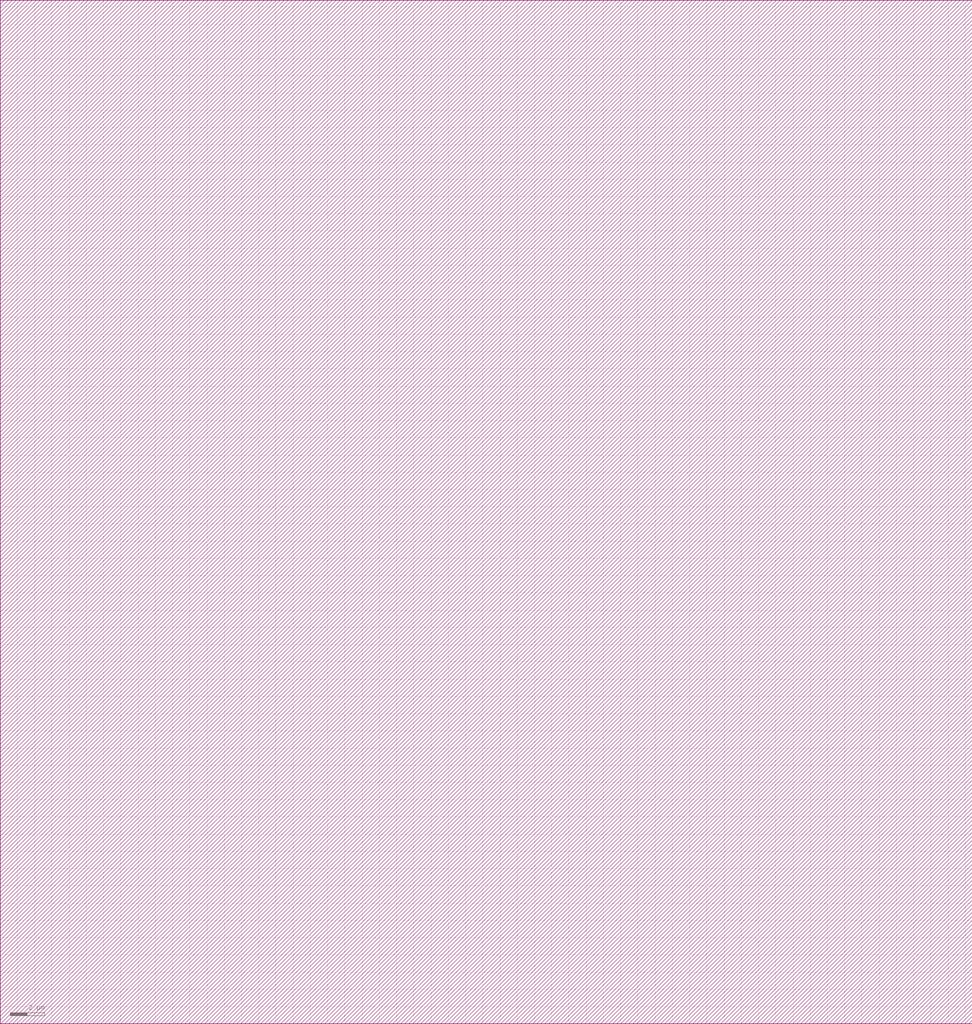
<source format=lef>
VERSION 5.6 ;

BUSBITCHARS "[]" ;

DIVIDERCHAR "/" ;

UNITS
    DATABASE MICRONS 1000 ;
END UNITS

MANUFACTURINGGRID 0.005000 ; 

CLEARANCEMEASURE EUCLIDEAN ; 

USEMINSPACING OBS ON ; 

SITE CoreSite
    CLASS CORE ;
    SIZE 0.600000 BY 0.300000 ;
END CoreSite

LAYER li
   TYPE ROUTING ;
   DIRECTION VERTICAL ;
   MINWIDTH 0.300000 ;
   AREA 0.056250 ;
   WIDTH 0.300000 ;
   SPACINGTABLE
      PARALLELRUNLENGTH 0.0
      WIDTH 0.0 0.225000 ;
   PITCH 0.600000 0.600000 ;
END li

LAYER mcon
    TYPE CUT ;
    SPACING 0.225000 ;
    WIDTH 0.300000 ;
    ENCLOSURE ABOVE 0.075000 0.075000 ;
    ENCLOSURE BELOW 0.000000 0.000000 ;
END mcon

LAYER met1
   TYPE ROUTING ;
   DIRECTION HORIZONTAL ;
   MINWIDTH 0.150000 ;
   AREA 0.084375 ;
   WIDTH 0.150000 ;
   SPACINGTABLE
      PARALLELRUNLENGTH 0.0
      WIDTH 0.0 0.150000 ;
   PITCH 0.300000 0.300000 ;
END met1

LAYER v1
    TYPE CUT ;
    SPACING 0.075000 ;
    WIDTH 0.300000 ;
    ENCLOSURE ABOVE 0.075000 0.075000 ;
    ENCLOSURE BELOW 0.075000 0.075000 ;
END v1

LAYER met2
   TYPE ROUTING ;
   DIRECTION VERTICAL ;
   MINWIDTH 0.150000 ;
   AREA 0.073125 ;
   WIDTH 0.150000 ;
   SPACINGTABLE
      PARALLELRUNLENGTH 0.0
      WIDTH 0.0 0.150000 ;
   PITCH 0.300000 0.300000 ;
END met2

LAYER v2
    TYPE CUT ;
    SPACING 0.150000 ;
    WIDTH 0.300000 ;
    ENCLOSURE ABOVE 0.075000 0.075000 ;
    ENCLOSURE BELOW 0.075000 0.000000 ;
END v2

LAYER met3
   TYPE ROUTING ;
   DIRECTION HORIZONTAL ;
   MINWIDTH 0.300000 ;
   AREA 0.241875 ;
   WIDTH 0.300000 ;
   SPACINGTABLE
      PARALLELRUNLENGTH 0.0
      WIDTH 0.0 0.300000 ;
   PITCH 0.600000 0.600000 ;
END met3

LAYER v3
    TYPE CUT ;
    SPACING 0.150000 ;
    WIDTH 0.450000 ;
    ENCLOSURE ABOVE 0.075000 0.075000 ;
    ENCLOSURE BELOW 0.075000 0.000000 ;
END v3

LAYER met4
   TYPE ROUTING ;
   DIRECTION VERTICAL ;
   MINWIDTH 0.300000 ;
   AREA 0.241875 ;
   WIDTH 0.300000 ;
   SPACINGTABLE
      PARALLELRUNLENGTH 0.0
      WIDTH 0.0 0.300000 ;
   PITCH 0.600000 0.600000 ;
END met4

LAYER v4
    TYPE CUT ;
    SPACING 0.450000 ;
    WIDTH 1.200000 ;
    ENCLOSURE ABOVE 0.150000 0.150000 ;
    ENCLOSURE BELOW 0.000000 0.000000 ;
END v4

LAYER met5
   TYPE ROUTING ;
   DIRECTION HORIZONTAL ;
   MINWIDTH 1.650000 ;
   AREA 4.005000 ;
   WIDTH 1.650000 ;
   SPACINGTABLE
      PARALLELRUNLENGTH 0.0
      WIDTH 0.0 1.650000 ;
   PITCH 3.300000 3.300000 ;
END met5

LAYER OVERLAP
   TYPE OVERLAP ;
END OVERLAP

VIA mcon_C DEFAULT
   LAYER li ;
     RECT -0.150000 -0.150000 0.150000 0.150000 ;
   LAYER mcon ;
     RECT -0.150000 -0.150000 0.150000 0.150000 ;
   LAYER met1 ;
     RECT -0.225000 -0.225000 0.225000 0.225000 ;
END mcon_C

VIA v1_C DEFAULT
   LAYER met1 ;
     RECT -0.225000 -0.225000 0.225000 0.225000 ;
   LAYER v1 ;
     RECT -0.150000 -0.150000 0.150000 0.150000 ;
   LAYER met2 ;
     RECT -0.225000 -0.225000 0.225000 0.225000 ;
END v1_C

VIA v2_C DEFAULT
   LAYER met2 ;
     RECT -0.150000 -0.225000 0.150000 0.225000 ;
   LAYER v2 ;
     RECT -0.150000 -0.150000 0.150000 0.150000 ;
   LAYER met3 ;
     RECT -0.225000 -0.225000 0.225000 0.225000 ;
END v2_C

VIA v2_Ch
   LAYER met2 ;
     RECT -0.225000 -0.150000 0.225000 0.150000 ;
   LAYER v2 ;
     RECT -0.150000 -0.150000 0.150000 0.150000 ;
   LAYER met3 ;
     RECT -0.225000 -0.225000 0.225000 0.225000 ;
END v2_Ch

VIA v2_Cv
   LAYER met2 ;
     RECT -0.150000 -0.225000 0.150000 0.225000 ;
   LAYER v2 ;
     RECT -0.150000 -0.150000 0.150000 0.150000 ;
   LAYER met3 ;
     RECT -0.225000 -0.225000 0.225000 0.225000 ;
END v2_Cv

VIA v3_C DEFAULT
   LAYER met3 ;
     RECT -0.300000 -0.225000 0.300000 0.225000 ;
   LAYER v3 ;
     RECT -0.225000 -0.225000 0.225000 0.225000 ;
   LAYER met4 ;
     RECT -0.300000 -0.300000 0.300000 0.300000 ;
END v3_C

VIA v3_Ch
   LAYER met3 ;
     RECT -0.300000 -0.225000 0.300000 0.225000 ;
   LAYER v3 ;
     RECT -0.225000 -0.225000 0.225000 0.225000 ;
   LAYER met4 ;
     RECT -0.300000 -0.300000 0.300000 0.300000 ;
END v3_Ch

VIA v3_Cv
   LAYER met3 ;
     RECT -0.300000 -0.225000 0.300000 0.225000 ;
   LAYER v3 ;
     RECT -0.225000 -0.225000 0.225000 0.225000 ;
   LAYER met4 ;
     RECT -0.300000 -0.300000 0.300000 0.300000 ;
END v3_Cv

VIA v4_C DEFAULT
   LAYER met4 ;
     RECT -0.600000 -0.600000 0.600000 0.600000 ;
   LAYER v4 ;
     RECT -0.600000 -0.600000 0.600000 0.600000 ;
   LAYER met5 ;
     RECT -0.750000 -0.750000 0.750000 0.750000 ;
END v4_C

MACRO _0_0std_0_0cells_0_0OR2X1
    CLASS CORE ;
    FOREIGN _0_0std_0_0cells_0_0OR2X1 0.000000 0.000000 ;
    ORIGIN 0.000000 0.000000 ;
    SIZE 3.600000 BY 4.200000 ;
    SYMMETRY X Y ;
    SITE CoreSite ;
    PIN A
        DIRECTION INPUT ;
        USE SIGNAL ;
        PORT
        LAYER li ;
        RECT 1.350000 3.975000 1.650000 4.050000 ;
        RECT 1.350000 3.750000 1.425000 3.975000 ;
        RECT 1.350000 3.675000 1.650000 3.750000 ;
        RECT 1.425000 3.750000 1.650000 3.975000 ;
        END
        ANTENNAGATEAREA 0.236250 ;
    END A
    PIN B
        DIRECTION INPUT ;
        USE SIGNAL ;
        PORT
        LAYER li ;
        RECT 0.750000 3.975000 1.125000 4.050000 ;
        RECT 0.750000 3.750000 0.825000 3.975000 ;
        RECT 0.750000 3.675000 1.125000 3.750000 ;
        RECT 0.825000 3.750000 1.050000 3.975000 ;
        RECT 1.050000 3.750000 1.125000 3.975000 ;
        END
        ANTENNAGATEAREA 0.236250 ;
    END B
    PIN Y
        DIRECTION OUTPUT ;
        USE SIGNAL ;
        PORT
        LAYER li ;
        RECT 0.600000 1.125000 0.900000 1.200000 ;
        RECT 0.600000 0.900000 0.825000 1.125000 ;
        RECT 0.825000 0.900000 0.900000 1.125000 ;
        RECT 3.000000 1.125000 3.225000 1.500000 ;
        RECT 3.000000 0.900000 3.225000 1.125000 ;
        RECT 3.000000 2.625000 3.225000 2.700000 ;
        RECT 3.000000 2.400000 3.225000 2.625000 ;
        RECT 3.000000 1.725000 3.225000 2.400000 ;
        RECT 3.000000 1.500000 3.225000 1.725000 ;
        LAYER mcon ;
        RECT 0.600000 0.900000 0.825000 1.125000 ;
        RECT 3.000000 0.900000 3.225000 1.125000 ;
        LAYER met1 ;
        RECT 0.525000 1.125000 0.900000 1.200000 ;
        RECT 0.525000 0.900000 0.600000 1.125000 ;
        RECT 0.525000 0.825000 0.900000 0.900000 ;
        RECT 0.600000 0.900000 0.825000 1.125000 ;
        RECT 0.825000 0.900000 3.000000 1.125000 ;
        RECT 3.000000 0.900000 3.225000 1.125000 ;
        RECT 3.225000 0.900000 3.300000 1.125000 ;
        RECT 2.925000 1.125000 3.300000 1.200000 ;
        RECT 2.925000 0.825000 3.300000 0.900000 ;
        END
        ANTENNADIFFAREA 1.068750 ;
    END Y
    PIN Vdd
        DIRECTION INPUT ;
        USE POWER ;
        PORT
        LAYER li ;
        RECT 1.725000 3.075000 2.100000 3.300000 ;
        RECT 1.725000 2.775000 1.950000 3.075000 ;
        RECT 1.725000 2.550000 1.950000 2.775000 ;
        RECT 1.725000 2.475000 1.950000 2.550000 ;
        RECT 1.875000 3.675000 1.950000 3.900000 ;
        RECT 1.875000 3.600000 2.175000 3.675000 ;
        RECT 1.875000 3.300000 2.100000 3.600000 ;
        RECT 1.950000 3.675000 2.175000 3.900000 ;
        LAYER mcon ;
        RECT 1.950000 3.675000 2.175000 3.900000 ;
        LAYER met1 ;
        RECT 1.875000 3.900000 2.250000 3.975000 ;
        RECT 1.875000 3.675000 1.950000 3.900000 ;
        RECT 1.875000 3.600000 2.250000 3.675000 ;
        RECT 1.950000 3.675000 2.175000 3.900000 ;
        RECT 2.175000 3.675000 2.250000 3.900000 ;
        END
        ANTENNADIFFAREA 0.382500 ;
    END Vdd
    PIN GND
        DIRECTION INPUT ;
        USE GROUND ;
        PORT
        LAYER li ;
        RECT 0.600000 1.725000 0.975000 1.800000 ;
        RECT 0.600000 1.500000 0.675000 1.725000 ;
        RECT 0.600000 1.425000 0.975000 1.500000 ;
        RECT 0.675000 1.500000 0.900000 1.725000 ;
        RECT 0.900000 1.500000 0.975000 1.725000 ;
        RECT 1.650000 1.725000 2.025000 1.800000 ;
        RECT 1.650000 1.500000 1.725000 1.725000 ;
        RECT 1.650000 1.425000 2.025000 1.500000 ;
        RECT 1.725000 1.500000 1.950000 1.725000 ;
        RECT 1.950000 1.500000 2.025000 1.725000 ;
        RECT 2.400000 3.600000 2.700000 3.900000 ;
        RECT 2.475000 1.725000 2.700000 3.600000 ;
        RECT 2.475000 1.500000 2.700000 1.725000 ;
        RECT 2.475000 1.425000 2.700000 1.500000 ;
        LAYER mcon ;
        RECT 0.675000 1.500000 0.900000 1.725000 ;
        RECT 1.725000 1.500000 1.950000 1.725000 ;
        RECT 2.475000 1.500000 2.700000 1.725000 ;
        LAYER met1 ;
        RECT 0.600000 1.725000 0.975000 1.800000 ;
        RECT 0.600000 1.500000 0.675000 1.725000 ;
        RECT 0.600000 1.425000 2.775000 1.500000 ;
        RECT 0.675000 1.500000 0.900000 1.725000 ;
        RECT 0.900000 1.650000 0.975000 1.725000 ;
        RECT 0.900000 1.500000 1.725000 1.650000 ;
        RECT 1.725000 1.500000 1.950000 1.725000 ;
        RECT 1.950000 1.650000 2.025000 1.725000 ;
        RECT 1.950000 1.500000 2.475000 1.650000 ;
        RECT 2.475000 1.500000 2.700000 1.725000 ;
        RECT 2.700000 1.500000 2.775000 1.725000 ;
        RECT 1.650000 1.725000 2.025000 1.800000 ;
        RECT 1.650000 1.650000 1.725000 1.725000 ;
        RECT 2.400000 1.725000 2.775000 1.800000 ;
        RECT 2.400000 1.650000 2.475000 1.725000 ;
        END
        ANTENNADIFFAREA 0.337500 ;
    END GND
    OBS
        LAYER li ;
        RECT 0.675000 2.925000 0.900000 3.000000 ;
        RECT 0.675000 2.700000 0.900000 2.925000 ;
        RECT 0.675000 2.325000 0.900000 2.700000 ;
        RECT 0.675000 2.100000 0.900000 2.325000 ;
        RECT 1.200000 2.100000 1.425000 2.325000 ;
        RECT 1.200000 1.650000 1.425000 2.100000 ;
        RECT 1.200000 1.425000 1.425000 1.650000 ;
        RECT 1.200000 0.525000 1.425000 1.425000 ;
        RECT 1.200000 0.300000 1.425000 0.525000 ;
        RECT 1.875000 0.525000 2.250000 0.600000 ;
        RECT 1.875000 0.300000 1.950000 0.525000 ;
        RECT 1.875000 0.225000 2.250000 0.300000 ;
        RECT 1.950000 0.300000 2.175000 0.525000 ;
        RECT 2.175000 0.300000 2.250000 0.525000 ;
        LAYER met1 ;
        RECT 0.600000 2.325000 1.500000 2.400000 ;
        RECT 0.600000 2.100000 0.675000 2.325000 ;
        RECT 0.600000 2.025000 1.500000 2.100000 ;
        RECT 0.675000 2.100000 0.900000 2.325000 ;
        RECT 0.900000 2.100000 1.200000 2.325000 ;
        RECT 1.200000 2.100000 1.425000 2.325000 ;
        RECT 1.425000 2.100000 1.500000 2.325000 ;
        RECT 1.125000 0.525000 2.250000 0.600000 ;
        RECT 1.125000 0.300000 1.200000 0.525000 ;
        RECT 1.125000 0.225000 2.250000 0.300000 ;
        RECT 1.200000 0.300000 1.425000 0.525000 ;
        RECT 1.425000 0.300000 1.950000 0.525000 ;
        RECT 1.950000 0.300000 2.175000 0.525000 ;
        RECT 2.175000 0.300000 2.250000 0.525000 ;
    END
END _0_0std_0_0cells_0_0OR2X1

MACRO welltap_svt
    CLASS CORE WELLTAP ;
    FOREIGN welltap_svt 0.000000 0.000000 ;
    ORIGIN 0.000000 0.000000 ;
    SIZE 1.200000 BY 2.100000 ;
    SYMMETRY X Y ;
    SITE CoreSite ;
    PIN Vdd
        DIRECTION INPUT ;
        USE POWER ;
        PORT
        LAYER li ;
        RECT 0.600000 1.500000 0.900000 1.800000 ;
        END
    END Vdd
    PIN GND
        DIRECTION INPUT ;
        USE GROUND ;
        PORT
        LAYER li ;
        RECT 0.600000 0.300000 0.900000 0.600000 ;
        END
    END GND
END welltap_svt

MACRO circuitppnp
   CLASS CORE ;
   FOREIGN circuitppnp 0.000000 0.000000 ;
   ORIGIN 0.000000 0.000000 ; 
   SIZE 56.400000 BY 59.400000 ; 
   SYMMETRY X Y ;
   SITE CoreSite ;
END circuitppnp

MACRO circuitwell
   CLASS CORE ;
   FOREIGN circuitwell 0.000000 0.000000 ;
   ORIGIN 0.000000 0.000000 ; 
   SIZE 56.400000 BY 59.400000 ; 
   SYMMETRY X Y ;
   SITE CoreSite ;
END circuitwell


</source>
